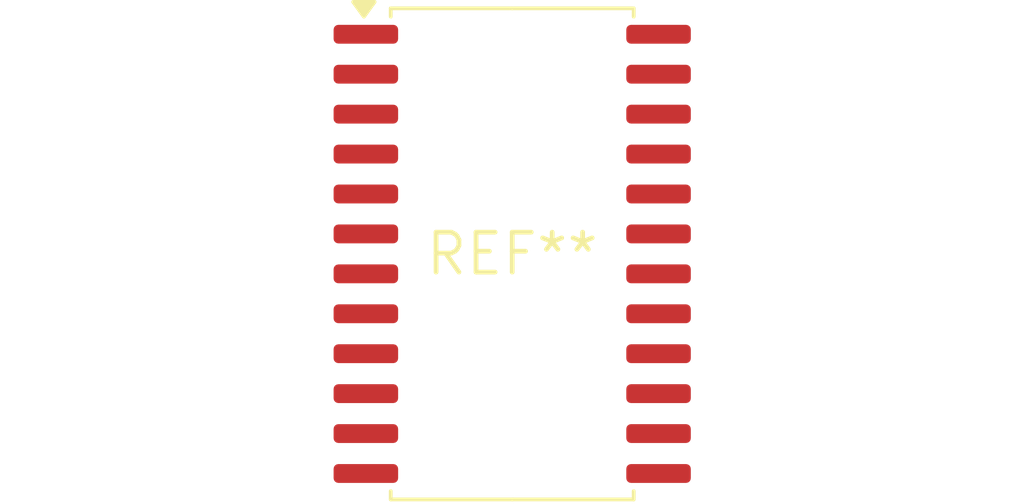
<source format=kicad_pcb>
(kicad_pcb (version 20240108) (generator pcbnew)
  (layers (0 "F.Cu" signal) (31 "B.Cu" signal) (34 "B.Paste" user) (35 "F.Paste" user) (36 "B.SilkS" user "B.Silkscreen") (37 "F.SilkS" user "F.Silkscreen") (38 "B.Mask" user) (39 "F.Mask" user) (44 "Edge.Cuts" user))
  (net 0 "")
  (footprint "SOIC-24W_7.5x15.4mm_P1.27mm" (layer "F.Cu") (at 0 0)
    (property "Reference" "REF**")
    (property "Value" "SOIC-24W_7.5x15.4mm_P1.27mm")
    (fp_line (start -3.86 -7.81) (end -3.86 -7.545) (layer "F.SilkS") (stroke (width 0.12)))
    (fp_line (start -3.86 7.81) (end -3.86 7.545) (layer "F.SilkS") (stroke (width 0.12)))
    (fp_line (start 0 -7.81) (end -3.86 -7.81) (layer "F.SilkS") (stroke (width 0.12)))
    (fp_line (start 0 -7.81) (end 3.86 -7.81) (layer "F.SilkS") (stroke (width 0.12)))
    (fp_line (start 0 7.81) (end -3.86 7.81) (layer "F.SilkS") (stroke (width 0.12)))
    (fp_line (start 0 7.81) (end 3.86 7.81) (layer "F.SilkS") (stroke (width 0.12)))
    (fp_line (start 3.86 -7.81) (end 3.86 -7.545) (layer "F.SilkS") (stroke (width 0.12)))
    (fp_line (start 3.86 7.81) (end 3.86 7.545) (layer "F.SilkS") (stroke (width 0.12)))
    (fp_poly (pts (xy -4.7125 -7.545) (xy -5.0525 -8.015) (xy -4.3725 -8.015) (xy -4.7125 -7.545)) (layer "F.SilkS") (stroke (width 0.12)) (fill solid))
    (pad "1" smd roundrect (at -4.65 -6.985) (size 2.05 0.6) (layers "F.Cu" "F.Paste" "F.Mask"))
    (pad "2" smd roundrect (at -4.65 -5.715) (size 2.05 0.6) (layers "F.Cu" "F.Paste" "F.Mask"))
    (pad "3" smd roundrect (at -4.65 -4.445) (size 2.05 0.6) (layers "F.Cu" "F.Paste" "F.Mask"))
    (pad "4" smd roundrect (at -4.65 -3.175) (size 2.05 0.6) (layers "F.Cu" "F.Paste" "F.Mask"))
    (pad "5" smd roundrect (at -4.65 -1.905) (size 2.05 0.6) (layers "F.Cu" "F.Paste" "F.Mask"))
    (pad "6" smd roundrect (at -4.65 -0.635) (size 2.05 0.6) (layers "F.Cu" "F.Paste" "F.Mask"))
    (pad "7" smd roundrect (at -4.65 0.635) (size 2.05 0.6) (layers "F.Cu" "F.Paste" "F.Mask"))
    (pad "8" smd roundrect (at -4.65 1.905) (size 2.05 0.6) (layers "F.Cu" "F.Paste" "F.Mask"))
    (pad "9" smd roundrect (at -4.65 3.175) (size 2.05 0.6) (layers "F.Cu" "F.Paste" "F.Mask"))
    (pad "10" smd roundrect (at -4.65 4.445) (size 2.05 0.6) (layers "F.Cu" "F.Paste" "F.Mask"))
    (pad "11" smd roundrect (at -4.65 5.715) (size 2.05 0.6) (layers "F.Cu" "F.Paste" "F.Mask"))
    (pad "12" smd roundrect (at -4.65 6.985) (size 2.05 0.6) (layers "F.Cu" "F.Paste" "F.Mask"))
    (pad "13" smd roundrect (at 4.65 6.985) (size 2.05 0.6) (layers "F.Cu" "F.Paste" "F.Mask"))
    (pad "14" smd roundrect (at 4.65 5.715) (size 2.05 0.6) (layers "F.Cu" "F.Paste" "F.Mask"))
    (pad "15" smd roundrect (at 4.65 4.445) (size 2.05 0.6) (layers "F.Cu" "F.Paste" "F.Mask"))
    (pad "16" smd roundrect (at 4.65 3.175) (size 2.05 0.6) (layers "F.Cu" "F.Paste" "F.Mask"))
    (pad "17" smd roundrect (at 4.65 1.905) (size 2.05 0.6) (layers "F.Cu" "F.Paste" "F.Mask"))
    (pad "18" smd roundrect (at 4.65 0.635) (size 2.05 0.6) (layers "F.Cu" "F.Paste" "F.Mask"))
    (pad "19" smd roundrect (at 4.65 -0.635) (size 2.05 0.6) (layers "F.Cu" "F.Paste" "F.Mask"))
    (pad "20" smd roundrect (at 4.65 -1.905) (size 2.05 0.6) (layers "F.Cu" "F.Paste" "F.Mask"))
    (pad "21" smd roundrect (at 4.65 -3.175) (size 2.05 0.6) (layers "F.Cu" "F.Paste" "F.Mask"))
    (pad "22" smd roundrect (at 4.65 -4.445) (size 2.05 0.6) (layers "F.Cu" "F.Paste" "F.Mask"))
    (pad "23" smd roundrect (at 4.65 -5.715) (size 2.05 0.6) (layers "F.Cu" "F.Paste" "F.Mask"))
    (pad "24" smd roundrect (at 4.65 -6.985) (size 2.05 0.6) (layers "F.Cu" "F.Paste" "F.Mask"))
  )
)
</source>
